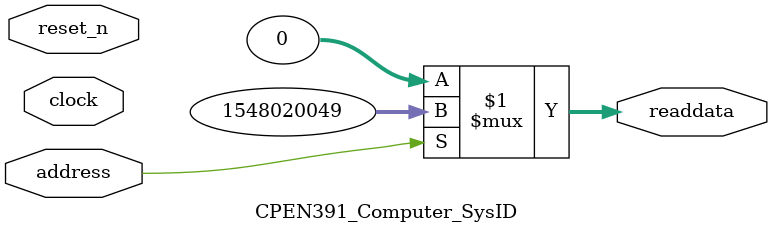
<source format=v>



// synthesis translate_off
`timescale 1ns / 1ps
// synthesis translate_on

// turn off superfluous verilog processor warnings 
// altera message_level Level1 
// altera message_off 10034 10035 10036 10037 10230 10240 10030 

module CPEN391_Computer_SysID (
               // inputs:
                address,
                clock,
                reset_n,

               // outputs:
                readdata
             )
;

  output  [ 31: 0] readdata;
  input            address;
  input            clock;
  input            reset_n;

  wire    [ 31: 0] readdata;
  //control_slave, which is an e_avalon_slave
  assign readdata = address ? 1548020049 : 0;

endmodule



</source>
